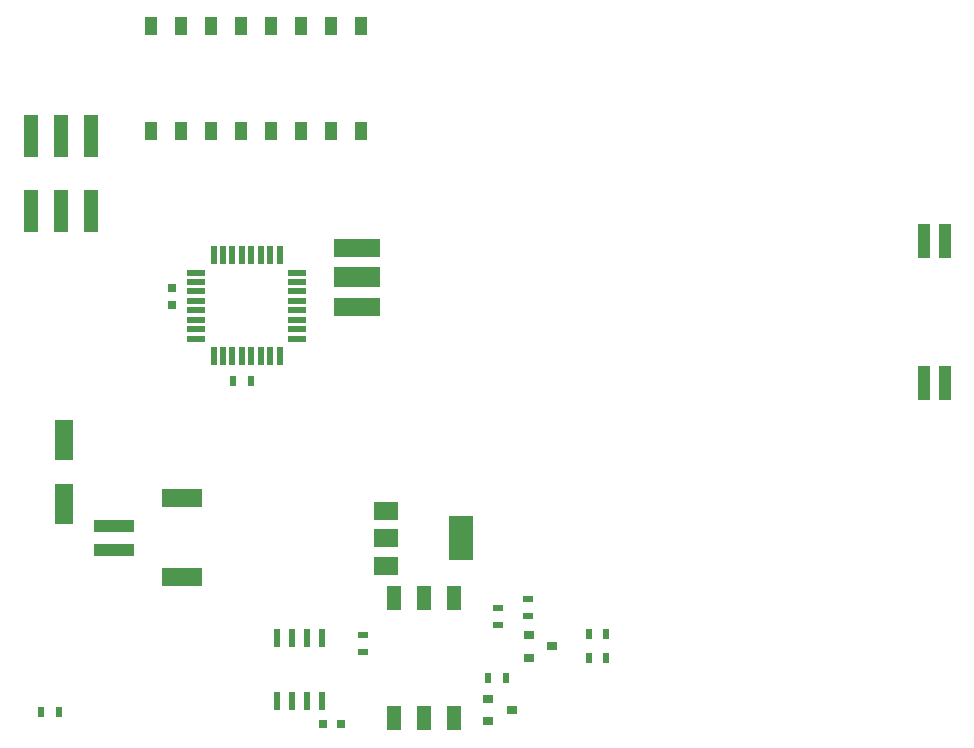
<source format=gbr>
G04 #@! TF.GenerationSoftware,KiCad,Pcbnew,(2017-01-15 revision 8ac4790)-makepkg*
G04 #@! TF.CreationDate,2017-10-15T11:46:17+02:00*
G04 #@! TF.ProjectId,Fallblatt-Controller,46616C6C626C6174742D436F6E74726F,1.1*
G04 #@! TF.FileFunction,Paste,Top*
G04 #@! TF.FilePolarity,Positive*
%FSLAX46Y46*%
G04 Gerber Fmt 4.6, Leading zero omitted, Abs format (unit mm)*
G04 Created by KiCad (PCBNEW (2017-01-15 revision 8ac4790)-makepkg) date 10/15/17 11:46:17*
%MOMM*%
%LPD*%
G01*
G04 APERTURE LIST*
%ADD10C,0.100000*%
%ADD11R,0.750000X0.800000*%
%ADD12R,0.800000X0.750000*%
%ADD13R,1.600000X3.500000*%
%ADD14R,2.000000X1.500000*%
%ADD15R,2.000000X3.800000*%
%ADD16R,3.400000X1.500000*%
%ADD17R,3.500000X1.000000*%
%ADD18R,0.900000X0.800000*%
%ADD19R,0.500000X0.900000*%
%ADD20R,0.900000X0.500000*%
%ADD21R,1.100000X1.500000*%
%ADD22R,0.550000X1.600000*%
%ADD23R,1.600000X0.550000*%
%ADD24R,0.600000X1.550000*%
%ADD25R,4.000000X1.500000*%
%ADD26R,4.000000X1.700000*%
%ADD27R,1.000000X3.000000*%
%ADD28R,1.270000X3.600000*%
%ADD29R,1.200000X2.000000*%
G04 APERTURE END LIST*
D10*
D11*
X87638000Y-83924000D03*
X87638000Y-85424000D03*
D12*
X101969000Y-120904000D03*
X100469000Y-120904000D03*
D13*
X78500000Y-96868000D03*
X78500000Y-102268000D03*
D14*
X105816000Y-102856000D03*
X105816000Y-107456000D03*
X105816000Y-105156000D03*
D15*
X112116000Y-105156000D03*
D16*
X88500000Y-101750000D03*
X88500000Y-108450000D03*
D17*
X82750000Y-104100000D03*
X82750000Y-106100000D03*
D18*
X119872000Y-114300000D03*
X117872000Y-115250000D03*
X117872000Y-113350000D03*
D19*
X94349000Y-91821000D03*
X92849000Y-91821000D03*
D20*
X103886000Y-114796000D03*
X103886000Y-113296000D03*
X115268000Y-112522000D03*
X115268000Y-111022000D03*
X117856000Y-110248000D03*
X117856000Y-111748000D03*
D19*
X76586000Y-119888000D03*
X78086000Y-119888000D03*
X122948000Y-115316000D03*
X124448000Y-115316000D03*
X124448000Y-113284000D03*
X122948000Y-113284000D03*
D21*
X103640000Y-61800000D03*
X103640000Y-70700000D03*
X101100000Y-61800000D03*
X101100000Y-70700000D03*
X98560000Y-61800000D03*
X98560000Y-70700000D03*
X96020000Y-61800000D03*
X96020000Y-70700000D03*
X93480000Y-70700000D03*
X93480000Y-61800000D03*
X90940000Y-70700000D03*
X90940000Y-61800000D03*
X88400000Y-70700000D03*
X88400000Y-61800000D03*
X85860000Y-61800000D03*
X85860000Y-70700000D03*
D22*
X96788000Y-89698000D03*
X95988000Y-89698000D03*
X95188000Y-89698000D03*
X94388000Y-89698000D03*
X93588000Y-89698000D03*
X92788000Y-89698000D03*
X91988000Y-89698000D03*
X91188000Y-89698000D03*
D23*
X89738000Y-88248000D03*
X89738000Y-87448000D03*
X89738000Y-86648000D03*
X89738000Y-85848000D03*
X89738000Y-85048000D03*
X89738000Y-84248000D03*
X89738000Y-83448000D03*
X89738000Y-82648000D03*
D22*
X91188000Y-81198000D03*
X91988000Y-81198000D03*
X92788000Y-81198000D03*
X93588000Y-81198000D03*
X94388000Y-81198000D03*
X95188000Y-81198000D03*
X95988000Y-81198000D03*
X96788000Y-81198000D03*
D23*
X98238000Y-82648000D03*
X98238000Y-83448000D03*
X98238000Y-84248000D03*
X98238000Y-85048000D03*
X98238000Y-85848000D03*
X98238000Y-86648000D03*
X98238000Y-87448000D03*
X98238000Y-88248000D03*
D24*
X100405000Y-118950000D03*
X99135000Y-118950000D03*
X97865000Y-118950000D03*
X96595000Y-118950000D03*
X96595000Y-113550000D03*
X97865000Y-113550000D03*
X99135000Y-113550000D03*
X100405000Y-113550000D03*
D25*
X103378000Y-85558000D03*
X103378000Y-80558000D03*
D26*
X103378000Y-83058000D03*
D27*
X151350000Y-80000000D03*
X153150000Y-80000000D03*
X153150000Y-92000000D03*
X151350000Y-92000000D03*
D28*
X80790000Y-77450000D03*
X78250000Y-77450000D03*
X75710000Y-77450000D03*
X75710000Y-71050000D03*
X78250000Y-71050000D03*
X80790000Y-71050000D03*
D29*
X106460000Y-120396000D03*
X109000000Y-120396000D03*
X111540000Y-120396000D03*
X111540000Y-110236000D03*
X109000000Y-110236000D03*
X106460000Y-110236000D03*
D18*
X116427000Y-119695000D03*
X114427000Y-120645000D03*
X114427000Y-118745000D03*
D19*
X115939000Y-116967000D03*
X114439000Y-116967000D03*
M02*

</source>
